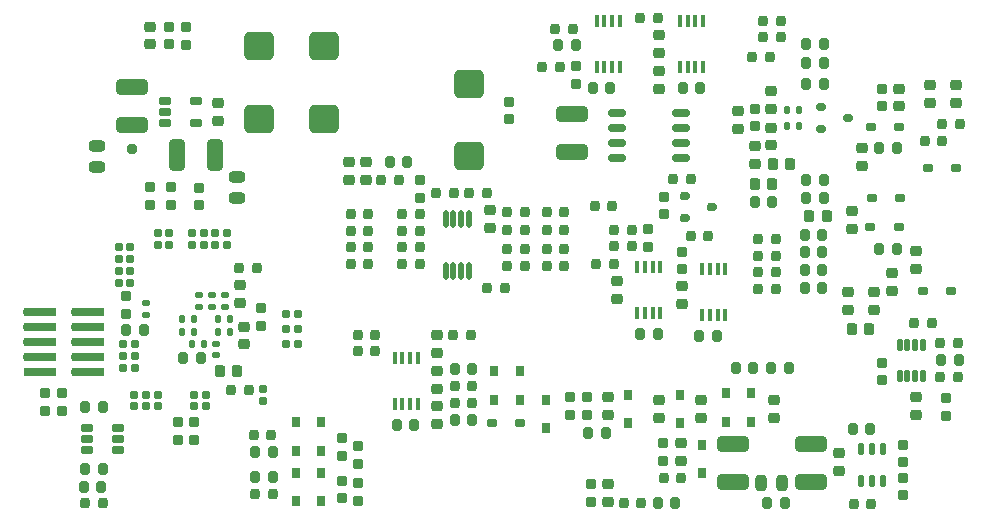
<source format=gbr>
%TF.GenerationSoftware,Altium Limited,Altium Designer,22.6.1 (34)*%
G04 Layer_Color=128*
%FSLAX45Y45*%
%MOMM*%
%TF.SameCoordinates,07F994AE-BB1C-4BEA-A643-928B9DFDCC76*%
%TF.FilePolarity,Positive*%
%TF.FileFunction,Paste,Bot*%
%TF.Part,Single*%
G01*
G75*
%TA.AperFunction,SMDPad,CuDef*%
G04:AMPARAMS|DCode=28|XSize=0.75mm|YSize=0.85mm|CornerRadius=0.1875mm|HoleSize=0mm|Usage=FLASHONLY|Rotation=90.000|XOffset=0mm|YOffset=0mm|HoleType=Round|Shape=RoundedRectangle|*
%AMROUNDEDRECTD28*
21,1,0.75000,0.47500,0,0,90.0*
21,1,0.37500,0.85000,0,0,90.0*
1,1,0.37500,0.23750,0.18750*
1,1,0.37500,0.23750,-0.18750*
1,1,0.37500,-0.23750,-0.18750*
1,1,0.37500,-0.23750,0.18750*
%
%ADD28ROUNDEDRECTD28*%
G04:AMPARAMS|DCode=40|XSize=0.95mm|YSize=0.85mm|CornerRadius=0.2125mm|HoleSize=0mm|Usage=FLASHONLY|Rotation=0.000|XOffset=0mm|YOffset=0mm|HoleType=Round|Shape=RoundedRectangle|*
%AMROUNDEDRECTD40*
21,1,0.95000,0.42500,0,0,0.0*
21,1,0.52500,0.85000,0,0,0.0*
1,1,0.42500,0.26250,-0.21250*
1,1,0.42500,-0.26250,-0.21250*
1,1,0.42500,-0.26250,0.21250*
1,1,0.42500,0.26250,0.21250*
%
%ADD40ROUNDEDRECTD40*%
G04:AMPARAMS|DCode=41|XSize=0.95mm|YSize=0.85mm|CornerRadius=0.2125mm|HoleSize=0mm|Usage=FLASHONLY|Rotation=270.000|XOffset=0mm|YOffset=0mm|HoleType=Round|Shape=RoundedRectangle|*
%AMROUNDEDRECTD41*
21,1,0.95000,0.42500,0,0,270.0*
21,1,0.52500,0.85000,0,0,270.0*
1,1,0.42500,-0.21250,-0.26250*
1,1,0.42500,-0.21250,0.26250*
1,1,0.42500,0.21250,0.26250*
1,1,0.42500,0.21250,-0.26250*
%
%ADD41ROUNDEDRECTD41*%
G04:AMPARAMS|DCode=42|XSize=2.5mm|YSize=2.45mm|CornerRadius=0.42875mm|HoleSize=0mm|Usage=FLASHONLY|Rotation=180.000|XOffset=0mm|YOffset=0mm|HoleType=Round|Shape=RoundedRectangle|*
%AMROUNDEDRECTD42*
21,1,2.50000,1.59250,0,0,180.0*
21,1,1.64250,2.45000,0,0,180.0*
1,1,0.85750,-0.82125,0.79625*
1,1,0.85750,0.82125,0.79625*
1,1,0.85750,0.82125,-0.79625*
1,1,0.85750,-0.82125,-0.79625*
%
%ADD42ROUNDEDRECTD42*%
G04:AMPARAMS|DCode=43|XSize=2.7mm|YSize=1.35mm|CornerRadius=0.3375mm|HoleSize=0mm|Usage=FLASHONLY|Rotation=180.000|XOffset=0mm|YOffset=0mm|HoleType=Round|Shape=RoundedRectangle|*
%AMROUNDEDRECTD43*
21,1,2.70000,0.67500,0,0,180.0*
21,1,2.02500,1.35000,0,0,180.0*
1,1,0.67500,-1.01250,0.33750*
1,1,0.67500,1.01250,0.33750*
1,1,0.67500,1.01250,-0.33750*
1,1,0.67500,-1.01250,-0.33750*
%
%ADD43ROUNDEDRECTD43*%
G04:AMPARAMS|DCode=44|XSize=0.65mm|YSize=0.55mm|CornerRadius=0.1375mm|HoleSize=0mm|Usage=FLASHONLY|Rotation=180.000|XOffset=0mm|YOffset=0mm|HoleType=Round|Shape=RoundedRectangle|*
%AMROUNDEDRECTD44*
21,1,0.65000,0.27500,0,0,180.0*
21,1,0.37500,0.55000,0,0,180.0*
1,1,0.27500,-0.18750,0.13750*
1,1,0.27500,0.18750,0.13750*
1,1,0.27500,0.18750,-0.13750*
1,1,0.27500,-0.18750,-0.13750*
%
%ADD44ROUNDEDRECTD44*%
G04:AMPARAMS|DCode=45|XSize=0.65mm|YSize=0.55mm|CornerRadius=0.1375mm|HoleSize=0mm|Usage=FLASHONLY|Rotation=90.000|XOffset=0mm|YOffset=0mm|HoleType=Round|Shape=RoundedRectangle|*
%AMROUNDEDRECTD45*
21,1,0.65000,0.27500,0,0,90.0*
21,1,0.37500,0.55000,0,0,90.0*
1,1,0.27500,0.13750,0.18750*
1,1,0.27500,0.13750,-0.18750*
1,1,0.27500,-0.13750,-0.18750*
1,1,0.27500,-0.13750,0.18750*
%
%ADD45ROUNDEDRECTD45*%
G04:AMPARAMS|DCode=48|XSize=0.75mm|YSize=0.85mm|CornerRadius=0.1875mm|HoleSize=0mm|Usage=FLASHONLY|Rotation=0.000|XOffset=0mm|YOffset=0mm|HoleType=Round|Shape=RoundedRectangle|*
%AMROUNDEDRECTD48*
21,1,0.75000,0.47500,0,0,0.0*
21,1,0.37500,0.85000,0,0,0.0*
1,1,0.37500,0.18750,-0.23750*
1,1,0.37500,-0.18750,-0.23750*
1,1,0.37500,-0.18750,0.23750*
1,1,0.37500,0.18750,0.23750*
%
%ADD48ROUNDEDRECTD48*%
G04:AMPARAMS|DCode=49|XSize=0.98mm|YSize=0.92mm|CornerRadius=0.23mm|HoleSize=0mm|Usage=FLASHONLY|Rotation=270.000|XOffset=0mm|YOffset=0mm|HoleType=Round|Shape=RoundedRectangle|*
%AMROUNDEDRECTD49*
21,1,0.98000,0.46000,0,0,270.0*
21,1,0.52000,0.92000,0,0,270.0*
1,1,0.46000,-0.23000,-0.26000*
1,1,0.46000,-0.23000,0.26000*
1,1,0.46000,0.23000,0.26000*
1,1,0.46000,0.23000,-0.26000*
%
%ADD49ROUNDEDRECTD49*%
G04:AMPARAMS|DCode=50|XSize=0.98mm|YSize=0.92mm|CornerRadius=0.23mm|HoleSize=0mm|Usage=FLASHONLY|Rotation=0.000|XOffset=0mm|YOffset=0mm|HoleType=Round|Shape=RoundedRectangle|*
%AMROUNDEDRECTD50*
21,1,0.98000,0.46000,0,0,0.0*
21,1,0.52000,0.92000,0,0,0.0*
1,1,0.46000,0.26000,-0.23000*
1,1,0.46000,-0.26000,-0.23000*
1,1,0.46000,-0.26000,0.23000*
1,1,0.46000,0.26000,0.23000*
%
%ADD50ROUNDEDRECTD50*%
G04:AMPARAMS|DCode=53|XSize=0.9mm|YSize=0.8mm|CornerRadius=0.2mm|HoleSize=0mm|Usage=FLASHONLY|Rotation=270.000|XOffset=0mm|YOffset=0mm|HoleType=Round|Shape=RoundedRectangle|*
%AMROUNDEDRECTD53*
21,1,0.90000,0.40000,0,0,270.0*
21,1,0.50000,0.80000,0,0,270.0*
1,1,0.40000,-0.20000,-0.25000*
1,1,0.40000,-0.20000,0.25000*
1,1,0.40000,0.20000,0.25000*
1,1,0.40000,0.20000,-0.25000*
%
%ADD53ROUNDEDRECTD53*%
G04:AMPARAMS|DCode=54|XSize=1.35mm|YSize=0.95mm|CornerRadius=0.2375mm|HoleSize=0mm|Usage=FLASHONLY|Rotation=270.000|XOffset=0mm|YOffset=0mm|HoleType=Round|Shape=RoundedRectangle|*
%AMROUNDEDRECTD54*
21,1,1.35000,0.47500,0,0,270.0*
21,1,0.87500,0.95000,0,0,270.0*
1,1,0.47500,-0.23750,-0.43750*
1,1,0.47500,-0.23750,0.43750*
1,1,0.47500,0.23750,0.43750*
1,1,0.47500,0.23750,-0.43750*
%
%ADD54ROUNDEDRECTD54*%
G04:AMPARAMS|DCode=55|XSize=1.35mm|YSize=0.95mm|CornerRadius=0.2375mm|HoleSize=0mm|Usage=FLASHONLY|Rotation=180.000|XOffset=0mm|YOffset=0mm|HoleType=Round|Shape=RoundedRectangle|*
%AMROUNDEDRECTD55*
21,1,1.35000,0.47500,0,0,180.0*
21,1,0.87500,0.95000,0,0,180.0*
1,1,0.47500,-0.43750,0.23750*
1,1,0.47500,0.43750,0.23750*
1,1,0.47500,0.43750,-0.23750*
1,1,0.47500,-0.43750,-0.23750*
%
%ADD55ROUNDEDRECTD55*%
G04:AMPARAMS|DCode=56|XSize=0.9mm|YSize=0.8mm|CornerRadius=0.2mm|HoleSize=0mm|Usage=FLASHONLY|Rotation=0.000|XOffset=0mm|YOffset=0mm|HoleType=Round|Shape=RoundedRectangle|*
%AMROUNDEDRECTD56*
21,1,0.90000,0.40000,0,0,0.0*
21,1,0.50000,0.80000,0,0,0.0*
1,1,0.40000,0.25000,-0.20000*
1,1,0.40000,-0.25000,-0.20000*
1,1,0.40000,-0.25000,0.20000*
1,1,0.40000,0.25000,0.20000*
%
%ADD56ROUNDEDRECTD56*%
G04:AMPARAMS|DCode=57|XSize=0.6mm|YSize=0.6mm|CornerRadius=0.075mm|HoleSize=0mm|Usage=FLASHONLY|Rotation=0.000|XOffset=0mm|YOffset=0mm|HoleType=Round|Shape=RoundedRectangle|*
%AMROUNDEDRECTD57*
21,1,0.60000,0.45000,0,0,0.0*
21,1,0.45000,0.60000,0,0,0.0*
1,1,0.15000,0.22500,-0.22500*
1,1,0.15000,-0.22500,-0.22500*
1,1,0.15000,-0.22500,0.22500*
1,1,0.15000,0.22500,0.22500*
%
%ADD57ROUNDEDRECTD57*%
G04:AMPARAMS|DCode=58|XSize=0.6mm|YSize=0.6mm|CornerRadius=0.075mm|HoleSize=0mm|Usage=FLASHONLY|Rotation=270.000|XOffset=0mm|YOffset=0mm|HoleType=Round|Shape=RoundedRectangle|*
%AMROUNDEDRECTD58*
21,1,0.60000,0.45000,0,0,270.0*
21,1,0.45000,0.60000,0,0,270.0*
1,1,0.15000,-0.22500,-0.22500*
1,1,0.15000,-0.22500,0.22500*
1,1,0.15000,0.22500,0.22500*
1,1,0.15000,0.22500,-0.22500*
%
%ADD58ROUNDEDRECTD58*%
G04:AMPARAMS|DCode=59|XSize=0.65mm|YSize=1.45mm|CornerRadius=0.1625mm|HoleSize=0mm|Usage=FLASHONLY|Rotation=270.000|XOffset=0mm|YOffset=0mm|HoleType=Round|Shape=RoundedRectangle|*
%AMROUNDEDRECTD59*
21,1,0.65000,1.12500,0,0,270.0*
21,1,0.32500,1.45000,0,0,270.0*
1,1,0.32500,-0.56250,-0.16250*
1,1,0.32500,-0.56250,0.16250*
1,1,0.32500,0.56250,0.16250*
1,1,0.32500,0.56250,-0.16250*
%
%ADD59ROUNDEDRECTD59*%
G04:AMPARAMS|DCode=61|XSize=0.4mm|YSize=1.1mm|CornerRadius=0.1mm|HoleSize=0mm|Usage=FLASHONLY|Rotation=0.000|XOffset=0mm|YOffset=0mm|HoleType=Round|Shape=RoundedRectangle|*
%AMROUNDEDRECTD61*
21,1,0.40000,0.90000,0,0,0.0*
21,1,0.20000,1.10000,0,0,0.0*
1,1,0.20000,0.10000,-0.45000*
1,1,0.20000,-0.10000,-0.45000*
1,1,0.20000,-0.10000,0.45000*
1,1,0.20000,0.10000,0.45000*
%
%ADD61ROUNDEDRECTD61*%
G04:AMPARAMS|DCode=88|XSize=0.45mm|YSize=1.45mm|CornerRadius=0.14625mm|HoleSize=0mm|Usage=FLASHONLY|Rotation=0.000|XOffset=0mm|YOffset=0mm|HoleType=Round|Shape=RoundedRectangle|*
%AMROUNDEDRECTD88*
21,1,0.45000,1.15750,0,0,0.0*
21,1,0.15750,1.45000,0,0,0.0*
1,1,0.29250,0.07875,-0.57875*
1,1,0.29250,-0.07875,-0.57875*
1,1,0.29250,-0.07875,0.57875*
1,1,0.29250,0.07875,0.57875*
%
%ADD88ROUNDEDRECTD88*%
G04:AMPARAMS|DCode=89|XSize=0.45mm|YSize=1mm|CornerRadius=0.1125mm|HoleSize=0mm|Usage=FLASHONLY|Rotation=0.000|XOffset=0mm|YOffset=0mm|HoleType=Round|Shape=RoundedRectangle|*
%AMROUNDEDRECTD89*
21,1,0.45000,0.77500,0,0,0.0*
21,1,0.22500,1.00000,0,0,0.0*
1,1,0.22500,0.11250,-0.38750*
1,1,0.22500,-0.11250,-0.38750*
1,1,0.22500,-0.11250,0.38750*
1,1,0.22500,0.11250,0.38750*
%
%ADD89ROUNDEDRECTD89*%
G04:AMPARAMS|DCode=90|XSize=0.6mm|YSize=1.1mm|CornerRadius=0.15mm|HoleSize=0mm|Usage=FLASHONLY|Rotation=90.000|XOffset=0mm|YOffset=0mm|HoleType=Round|Shape=RoundedRectangle|*
%AMROUNDEDRECTD90*
21,1,0.60000,0.80000,0,0,90.0*
21,1,0.30000,1.10000,0,0,90.0*
1,1,0.30000,0.40000,0.15000*
1,1,0.30000,0.40000,-0.15000*
1,1,0.30000,-0.40000,-0.15000*
1,1,0.30000,-0.40000,0.15000*
%
%ADD90ROUNDEDRECTD90*%
G04:AMPARAMS|DCode=91|XSize=2.794mm|YSize=0.7366mm|CornerRadius=0.18415mm|HoleSize=0mm|Usage=FLASHONLY|Rotation=0.000|XOffset=0mm|YOffset=0mm|HoleType=Round|Shape=RoundedRectangle|*
%AMROUNDEDRECTD91*
21,1,2.79400,0.36830,0,0,0.0*
21,1,2.42570,0.73660,0,0,0.0*
1,1,0.36830,1.21285,-0.18415*
1,1,0.36830,-1.21285,-0.18415*
1,1,0.36830,-1.21285,0.18415*
1,1,0.36830,1.21285,0.18415*
%
%ADD91ROUNDEDRECTD91*%
%ADD92R,2.79400X0.73660*%
G04:AMPARAMS|DCode=93|XSize=0.62mm|YSize=0.56mm|CornerRadius=0.14mm|HoleSize=0mm|Usage=FLASHONLY|Rotation=90.000|XOffset=0mm|YOffset=0mm|HoleType=Round|Shape=RoundedRectangle|*
%AMROUNDEDRECTD93*
21,1,0.62000,0.28000,0,0,90.0*
21,1,0.34000,0.56000,0,0,90.0*
1,1,0.28000,0.14000,0.17000*
1,1,0.28000,0.14000,-0.17000*
1,1,0.28000,-0.14000,-0.17000*
1,1,0.28000,-0.14000,0.17000*
%
%ADD93ROUNDEDRECTD93*%
%TA.AperFunction,ConnectorPad*%
G04:AMPARAMS|DCode=94|XSize=0.9mm|YSize=0.8mm|CornerRadius=0.2mm|HoleSize=0mm|Usage=FLASHONLY|Rotation=0.000|XOffset=0mm|YOffset=0mm|HoleType=Round|Shape=RoundedRectangle|*
%AMROUNDEDRECTD94*
21,1,0.90000,0.40000,0,0,0.0*
21,1,0.50000,0.80000,0,0,0.0*
1,1,0.40000,0.25000,-0.20000*
1,1,0.40000,-0.25000,-0.20000*
1,1,0.40000,-0.25000,0.20000*
1,1,0.40000,0.25000,0.20000*
%
%ADD94ROUNDEDRECTD94*%
%TA.AperFunction,SMDPad,CuDef*%
G04:AMPARAMS|DCode=95|XSize=2.7mm|YSize=1.35mm|CornerRadius=0.3375mm|HoleSize=0mm|Usage=FLASHONLY|Rotation=90.000|XOffset=0mm|YOffset=0mm|HoleType=Round|Shape=RoundedRectangle|*
%AMROUNDEDRECTD95*
21,1,2.70000,0.67500,0,0,90.0*
21,1,2.02500,1.35000,0,0,90.0*
1,1,0.67500,0.33750,1.01250*
1,1,0.67500,0.33750,-1.01250*
1,1,0.67500,-0.33750,-1.01250*
1,1,0.67500,-0.33750,1.01250*
%
%ADD95ROUNDEDRECTD95*%
G04:AMPARAMS|DCode=97|XSize=0.61mm|YSize=0.86mm|CornerRadius=0.1425mm|HoleSize=0mm|Usage=FLASHONLY|Rotation=270.000|XOffset=0mm|YOffset=0mm|HoleType=Round|Shape=RoundedRectangle|*
%AMROUNDEDRECTD97*
21,1,0.61000,0.57500,0,0,270.0*
21,1,0.32500,0.86000,0,0,270.0*
1,1,0.28500,-0.28750,-0.16250*
1,1,0.28500,-0.28750,0.16250*
1,1,0.28500,0.28750,0.16250*
1,1,0.28500,0.28750,-0.16250*
%
%ADD97ROUNDEDRECTD97*%
G04:AMPARAMS|DCode=98|XSize=0.61mm|YSize=0.81mm|CornerRadius=0.1425mm|HoleSize=0mm|Usage=FLASHONLY|Rotation=270.000|XOffset=0mm|YOffset=0mm|HoleType=Round|Shape=RoundedRectangle|*
%AMROUNDEDRECTD98*
21,1,0.61000,0.52500,0,0,270.0*
21,1,0.32500,0.81000,0,0,270.0*
1,1,0.28500,-0.26250,-0.16250*
1,1,0.28500,-0.26250,0.16250*
1,1,0.28500,0.26250,0.16250*
1,1,0.28500,0.26250,-0.16250*
%
%ADD98ROUNDEDRECTD98*%
%ADD99C,0.96000*%
G04:AMPARAMS|DCode=100|XSize=0.56mm|YSize=0.96mm|CornerRadius=0.13mm|HoleSize=0mm|Usage=FLASHONLY|Rotation=180.000|XOffset=0mm|YOffset=0mm|HoleType=Round|Shape=RoundedRectangle|*
%AMROUNDEDRECTD100*
21,1,0.56000,0.70000,0,0,180.0*
21,1,0.30000,0.96000,0,0,180.0*
1,1,0.26000,-0.15000,0.35000*
1,1,0.26000,0.15000,0.35000*
1,1,0.26000,0.15000,-0.35000*
1,1,0.26000,-0.15000,-0.35000*
%
%ADD100ROUNDEDRECTD100*%
D28*
X7809999Y3000000D02*
D03*
X8049999D02*
D03*
X7769999Y1964974D02*
D03*
X8009999D02*
D03*
X7565000Y2500000D02*
D03*
X7325000D02*
D03*
X7570000Y3349975D02*
D03*
X7330000D02*
D03*
X7577499Y2750000D02*
D03*
X7337499D02*
D03*
X4120076Y840000D02*
D03*
X4360076D02*
D03*
D40*
X7709998Y909975D02*
D03*
Y1059975D02*
D03*
X5100000Y912500D02*
D03*
Y1062500D02*
D03*
X5719999Y525000D02*
D03*
Y675000D02*
D03*
X5537524Y1037500D02*
D03*
Y887500D02*
D03*
X5887575D02*
D03*
Y1037500D02*
D03*
X6512499Y887500D02*
D03*
Y1037500D02*
D03*
X7254974Y3169949D02*
D03*
Y3019949D02*
D03*
X7357499Y1800000D02*
D03*
Y1950000D02*
D03*
X8049999Y3555000D02*
D03*
Y3705000D02*
D03*
X7830000D02*
D03*
Y3555000D02*
D03*
X7170000Y2637500D02*
D03*
Y2487500D02*
D03*
X7569999Y3675000D02*
D03*
Y3525000D02*
D03*
X1224999Y4050000D02*
D03*
Y4200000D02*
D03*
X7060049Y440000D02*
D03*
Y590000D02*
D03*
X1805049Y3400000D02*
D03*
Y3550000D02*
D03*
X5100000Y175000D02*
D03*
Y325000D02*
D03*
X3660000Y1585000D02*
D03*
Y1435000D02*
D03*
Y1135000D02*
D03*
Y1285000D02*
D03*
X3660000Y835000D02*
D03*
Y985000D02*
D03*
X3052526Y2900052D02*
D03*
Y3050052D02*
D03*
X2912500Y2900052D02*
D03*
Y3050052D02*
D03*
X7507500Y1962500D02*
D03*
Y2112500D02*
D03*
X7132500Y1800000D02*
D03*
Y1950000D02*
D03*
X6347475Y3035000D02*
D03*
Y3185000D02*
D03*
X2025025Y1659975D02*
D03*
Y1509975D02*
D03*
X1985024Y1860000D02*
D03*
Y2010000D02*
D03*
X4103125Y2645625D02*
D03*
Y2495625D02*
D03*
X5540000Y3675000D02*
D03*
Y3825000D02*
D03*
X6207475Y3335000D02*
D03*
Y3485000D02*
D03*
X6487500Y3505000D02*
D03*
Y3655000D02*
D03*
Y3345000D02*
D03*
Y3195000D02*
D03*
X5540000Y3975000D02*
D03*
Y4125000D02*
D03*
X5180000Y1895000D02*
D03*
Y2045000D02*
D03*
X5730000Y1855000D02*
D03*
Y2005000D02*
D03*
D41*
X5675000Y162500D02*
D03*
X5525000D02*
D03*
X6485000Y1310000D02*
D03*
X6635000D02*
D03*
X6334999D02*
D03*
X6184999D02*
D03*
X6600000Y162500D02*
D03*
X6450000D02*
D03*
X6770000Y2437500D02*
D03*
X6920000D02*
D03*
X6782499Y2750000D02*
D03*
X6932499D02*
D03*
X6770000Y2137500D02*
D03*
X6920000D02*
D03*
X6770000Y2287500D02*
D03*
X6920000D02*
D03*
X6782499Y2900000D02*
D03*
X6932499D02*
D03*
X6770000Y1987500D02*
D03*
X6920000D02*
D03*
X7399999Y2314923D02*
D03*
X7550000D02*
D03*
X7399999Y3174949D02*
D03*
X7550000D02*
D03*
X6932499Y3887500D02*
D03*
X6782499D02*
D03*
X6932499Y3712500D02*
D03*
X6782499D02*
D03*
X6932499Y4050000D02*
D03*
X6782499D02*
D03*
X7174998Y795025D02*
D03*
X7324999D02*
D03*
X2264999Y385026D02*
D03*
X2114999D02*
D03*
X2264999Y600000D02*
D03*
X2114999D02*
D03*
X5087500Y762500D02*
D03*
X4937500D02*
D03*
X3465000Y830000D02*
D03*
X3315000D02*
D03*
X3805075Y1300000D02*
D03*
X3955076D02*
D03*
X3805000Y870000D02*
D03*
X3955000D02*
D03*
X3405000Y3050000D02*
D03*
X3255000D02*
D03*
X6495000Y2714975D02*
D03*
X6345000D02*
D03*
X1509998Y1395000D02*
D03*
X1659998D02*
D03*
X674999Y975000D02*
D03*
X824999D02*
D03*
X1024999Y1630000D02*
D03*
X1174999D02*
D03*
X814999Y305000D02*
D03*
X664999D02*
D03*
X674998Y449896D02*
D03*
X824999D02*
D03*
X5125000Y3680000D02*
D03*
X4975000D02*
D03*
X4684999Y4040000D02*
D03*
X4834999D02*
D03*
X5885000Y3680000D02*
D03*
X5735000D02*
D03*
X6025000Y1580000D02*
D03*
X5875000D02*
D03*
X5375000Y1600000D02*
D03*
X5525000D02*
D03*
X7925023Y1375759D02*
D03*
X8075023D02*
D03*
D42*
X3930000Y3102500D02*
D03*
Y3717500D02*
D03*
X2699999Y3417500D02*
D03*
Y4032500D02*
D03*
X2145075Y3417500D02*
D03*
Y4032500D02*
D03*
D43*
X4799999Y3140000D02*
D03*
Y3460000D02*
D03*
X6825023Y665000D02*
D03*
Y345000D02*
D03*
X6159974Y344975D02*
D03*
Y664975D02*
D03*
X1074998Y3685000D02*
D03*
Y3365000D02*
D03*
D44*
X1644998Y1925000D02*
D03*
Y1825000D02*
D03*
X1190000Y1860000D02*
D03*
Y1760000D02*
D03*
X1785045Y1414945D02*
D03*
Y1514944D02*
D03*
X1864999Y1925000D02*
D03*
Y1825000D02*
D03*
X1755000D02*
D03*
Y1925000D02*
D03*
D45*
X1684999Y1515000D02*
D03*
X1585000D02*
D03*
X1904999Y1615000D02*
D03*
X1805000D02*
D03*
X1904999Y1725000D02*
D03*
X1805000D02*
D03*
X1500000Y1615000D02*
D03*
X1599999D02*
D03*
X1500000Y1725000D02*
D03*
X1599999D02*
D03*
D48*
X5275026Y842500D02*
D03*
Y1082500D02*
D03*
X5899999Y420000D02*
D03*
Y660000D02*
D03*
X5712550Y1082500D02*
D03*
Y842500D02*
D03*
X6099999Y1095000D02*
D03*
Y855000D02*
D03*
X6312499Y1095000D02*
D03*
Y855000D02*
D03*
X2460000Y180000D02*
D03*
Y420000D02*
D03*
X2670000D02*
D03*
Y180000D02*
D03*
X2460000Y850000D02*
D03*
Y610000D02*
D03*
X2670000D02*
D03*
Y850000D02*
D03*
X4359999Y1040000D02*
D03*
Y1280000D02*
D03*
X4579999Y800000D02*
D03*
Y1040000D02*
D03*
X4140000D02*
D03*
Y1280000D02*
D03*
D49*
X1964024Y1279919D02*
D03*
X1816024D02*
D03*
X7313999Y1639974D02*
D03*
X7165999D02*
D03*
X6346000Y2870000D02*
D03*
X6494000D02*
D03*
X6956500Y2600000D02*
D03*
X6808500D02*
D03*
X6646500Y3034975D02*
D03*
X6498500D02*
D03*
D50*
X7710024Y2151000D02*
D03*
Y2299000D02*
D03*
D53*
X2985000Y1450000D02*
D03*
X3135000D02*
D03*
X6374999Y1979923D02*
D03*
X6524999D02*
D03*
X6374999Y2119949D02*
D03*
X6524999D02*
D03*
X6374999Y2259974D02*
D03*
X6524999D02*
D03*
X6374999Y2400000D02*
D03*
X6524999D02*
D03*
X6564999Y4110000D02*
D03*
X6414999D02*
D03*
X6564999Y4250000D02*
D03*
X6414999D02*
D03*
X6325000Y3940000D02*
D03*
X6475000D02*
D03*
X7334999Y160000D02*
D03*
X7184999D02*
D03*
X2114999Y245000D02*
D03*
X2264999D02*
D03*
X2104999Y740000D02*
D03*
X2254999D02*
D03*
X5237500Y162500D02*
D03*
X5387500D02*
D03*
X3134999Y1590000D02*
D03*
X2984999D02*
D03*
X3795000D02*
D03*
X3944999D02*
D03*
X3954999Y1010000D02*
D03*
X3804999D02*
D03*
X5725000Y380000D02*
D03*
X5575000D02*
D03*
X3954999Y1159974D02*
D03*
X3805000D02*
D03*
X7785000Y3232314D02*
D03*
X7935000D02*
D03*
X7934999Y3372340D02*
D03*
X8084999D02*
D03*
X4585000Y2170000D02*
D03*
X4735000D02*
D03*
X4585000Y2480000D02*
D03*
X4735000D02*
D03*
X3075000Y2610000D02*
D03*
X2925000D02*
D03*
X3075000Y2330000D02*
D03*
X2925000D02*
D03*
X4397500Y2172500D02*
D03*
X4247500D02*
D03*
X4397500Y2481250D02*
D03*
X4247500D02*
D03*
X3362500Y2610000D02*
D03*
X3512500D02*
D03*
X3362500Y2330000D02*
D03*
X3512500D02*
D03*
X4585000Y2320000D02*
D03*
X4735000D02*
D03*
X4585000Y2630000D02*
D03*
X4735000D02*
D03*
X3075000Y2470000D02*
D03*
X2925000D02*
D03*
X3075000Y2190000D02*
D03*
X2925000D02*
D03*
X4397500Y2318750D02*
D03*
X4247500D02*
D03*
X4397500Y2627500D02*
D03*
X4247500D02*
D03*
X3362500Y2470000D02*
D03*
X3512500D02*
D03*
X3362499Y2190000D02*
D03*
X3512499D02*
D03*
X3334999Y2900000D02*
D03*
X3184999D02*
D03*
X5955000Y2430000D02*
D03*
X5805000D02*
D03*
X2129998Y2155026D02*
D03*
X1979998D02*
D03*
X674999Y165000D02*
D03*
X824999D02*
D03*
X1915000Y1120000D02*
D03*
X2065000D02*
D03*
X4080624Y2790000D02*
D03*
X3930624D02*
D03*
X4082500Y1985026D02*
D03*
X4232500D02*
D03*
X3796249Y2790000D02*
D03*
X3646249D02*
D03*
X5655000Y2910000D02*
D03*
X5805000D02*
D03*
X4694999Y3860000D02*
D03*
X4544999D02*
D03*
X5374999Y4270000D02*
D03*
X5524999D02*
D03*
X4654999Y4180000D02*
D03*
X4804999D02*
D03*
X5140000Y2680000D02*
D03*
X4990000D02*
D03*
X5155000Y2480000D02*
D03*
X5305000D02*
D03*
X5155000Y2190000D02*
D03*
X5005000D02*
D03*
X5305000Y2340000D02*
D03*
X5155000D02*
D03*
X7695000Y1690000D02*
D03*
X7845000D02*
D03*
X8065024Y1520785D02*
D03*
X7915024D02*
D03*
X8065023Y1230733D02*
D03*
X7915023D02*
D03*
D54*
X6399999Y337500D02*
D03*
X6574999D02*
D03*
D55*
X1960000Y2752500D02*
D03*
Y2927500D02*
D03*
X780000Y3187500D02*
D03*
Y3012500D02*
D03*
D56*
X7420000Y3675000D02*
D03*
Y3525000D02*
D03*
X1385024Y4200000D02*
D03*
Y4050000D02*
D03*
X1530000Y4045000D02*
D03*
Y4195000D02*
D03*
X7600025Y230000D02*
D03*
Y380000D02*
D03*
Y660026D02*
D03*
Y510026D02*
D03*
X2990000Y185000D02*
D03*
Y335000D02*
D03*
X2850000Y355000D02*
D03*
Y205000D02*
D03*
X2989999Y495000D02*
D03*
Y645000D02*
D03*
X2850000Y565000D02*
D03*
Y715000D02*
D03*
X4959974Y175000D02*
D03*
Y325000D02*
D03*
X4780000Y915000D02*
D03*
Y1065000D02*
D03*
X4929999Y915000D02*
D03*
Y1065000D02*
D03*
X5570000Y675000D02*
D03*
Y525000D02*
D03*
X1640000Y2835000D02*
D03*
Y2685000D02*
D03*
X5577473Y2760000D02*
D03*
Y2610000D02*
D03*
X1225000Y2687500D02*
D03*
Y2837500D02*
D03*
X1399999D02*
D03*
Y2687500D02*
D03*
X1599999Y700000D02*
D03*
Y850000D02*
D03*
X1459973Y850000D02*
D03*
Y700000D02*
D03*
X2165051Y1665000D02*
D03*
Y1815000D02*
D03*
X1020000Y1765000D02*
D03*
Y1915000D02*
D03*
X479974Y944974D02*
D03*
Y1094974D02*
D03*
X339948Y944974D02*
D03*
Y1094974D02*
D03*
X3510000Y2747500D02*
D03*
Y2897500D02*
D03*
X6347500Y3505000D02*
D03*
Y3355000D02*
D03*
X4270000Y3415000D02*
D03*
Y3565000D02*
D03*
X4829999Y3715000D02*
D03*
Y3865000D02*
D03*
X5440000Y2485000D02*
D03*
Y2335000D02*
D03*
X5730000Y2145000D02*
D03*
Y2295000D02*
D03*
X7419999Y1355000D02*
D03*
Y1205000D02*
D03*
D57*
X1289998Y1083000D02*
D03*
Y987000D02*
D03*
X1089974D02*
D03*
Y1083000D02*
D03*
X1580050Y2448000D02*
D03*
Y2352000D02*
D03*
X1390024Y2448000D02*
D03*
Y2352000D02*
D03*
X1289998Y2448000D02*
D03*
Y2352000D02*
D03*
X1700025Y987000D02*
D03*
Y1083000D02*
D03*
X1600000D02*
D03*
Y987000D02*
D03*
X2180000Y1128000D02*
D03*
Y1032000D02*
D03*
X1880126Y2352000D02*
D03*
Y2448000D02*
D03*
X1680075D02*
D03*
Y2352000D02*
D03*
X1780100D02*
D03*
Y2448000D02*
D03*
X1189999Y1083000D02*
D03*
Y987000D02*
D03*
D58*
X1097999Y1410000D02*
D03*
X1001999D02*
D03*
X961999Y2330000D02*
D03*
X1057999D02*
D03*
X2478000Y1770000D02*
D03*
X2382000D02*
D03*
X1057999Y2230000D02*
D03*
X961999D02*
D03*
X1057999Y2130000D02*
D03*
X961999D02*
D03*
X1097999Y1310000D02*
D03*
X1001999D02*
D03*
X2382000Y1510000D02*
D03*
X2478000D02*
D03*
X2382000Y1640000D02*
D03*
X2478000D02*
D03*
X961999Y2030000D02*
D03*
X1057999D02*
D03*
X1097999Y1510000D02*
D03*
X1001999D02*
D03*
D59*
X5177500Y3089500D02*
D03*
Y3216500D02*
D03*
Y3343500D02*
D03*
Y3470500D02*
D03*
X5722500Y3089500D02*
D03*
Y3216500D02*
D03*
Y3343500D02*
D03*
Y3470500D02*
D03*
D61*
X6097500Y1756250D02*
D03*
X6032500D02*
D03*
X5967500D02*
D03*
X5902500D02*
D03*
X6097500Y2143750D02*
D03*
X6032500D02*
D03*
X5967500D02*
D03*
X5902500D02*
D03*
X3297525Y1393724D02*
D03*
X3362525D02*
D03*
X3427525D02*
D03*
X3492525D02*
D03*
X3297525Y1006224D02*
D03*
X3362525D02*
D03*
X3427525D02*
D03*
X3492525D02*
D03*
X5712500Y4243776D02*
D03*
X5777500D02*
D03*
X5842500D02*
D03*
X5907500D02*
D03*
X5712500Y3856276D02*
D03*
X5777500D02*
D03*
X5842500D02*
D03*
X5907500D02*
D03*
X5202550Y3856250D02*
D03*
X5137550D02*
D03*
X5072550D02*
D03*
X5007550D02*
D03*
X5202550Y4243750D02*
D03*
X5137550D02*
D03*
X5072550D02*
D03*
X5007550D02*
D03*
X5352500Y2163750D02*
D03*
X5417500D02*
D03*
X5482500D02*
D03*
X5547500D02*
D03*
X5352500Y1776250D02*
D03*
X5417500D02*
D03*
X5482500D02*
D03*
X5547500D02*
D03*
D88*
X3924974Y2130000D02*
D03*
X3859973D02*
D03*
X3794974D02*
D03*
X3729973D02*
D03*
X3924974Y2570000D02*
D03*
X3859973D02*
D03*
X3794974D02*
D03*
X3729973D02*
D03*
D89*
X7572498Y1505000D02*
D03*
Y1245000D02*
D03*
X7767498Y1505000D02*
D03*
X7702498D02*
D03*
X7637498D02*
D03*
Y1245000D02*
D03*
X7702498D02*
D03*
X7767498D02*
D03*
D90*
X955005Y804922D02*
D03*
Y709922D02*
D03*
Y614922D02*
D03*
X695005D02*
D03*
Y709922D02*
D03*
Y804922D02*
D03*
X1617524Y3380000D02*
D03*
Y3570000D02*
D03*
X1352524D02*
D03*
Y3475000D02*
D03*
Y3380000D02*
D03*
D91*
X703200Y1784000D02*
D03*
Y1657000D02*
D03*
X296800Y1530000D02*
D03*
X703200Y1403000D02*
D03*
Y1276000D02*
D03*
X703199Y1530000D02*
D03*
X296800Y1403000D02*
D03*
Y1657000D02*
D03*
Y1784000D02*
D03*
D92*
Y1276000D02*
D03*
D93*
X6717499Y3490000D02*
D03*
X6617499D02*
D03*
X6717499Y3360000D02*
D03*
X6617499D02*
D03*
D94*
X7970000Y905000D02*
D03*
Y1055000D02*
D03*
D95*
X1455049Y3114975D02*
D03*
X1775049D02*
D03*
D97*
X5752500Y2575000D02*
D03*
Y2765000D02*
D03*
X5987500Y2670000D02*
D03*
D98*
X6907500Y3330000D02*
D03*
Y3520000D02*
D03*
X7132500Y3425000D02*
D03*
D99*
X1075000Y3165000D02*
D03*
D100*
X7244999Y350000D02*
D03*
X7339999D02*
D03*
X7434999D02*
D03*
Y620000D02*
D03*
X7339999D02*
D03*
X7244999D02*
D03*
%TF.MD5,989f8a12606cdc7a3c93ff46aa8ea1e8*%
M02*

</source>
